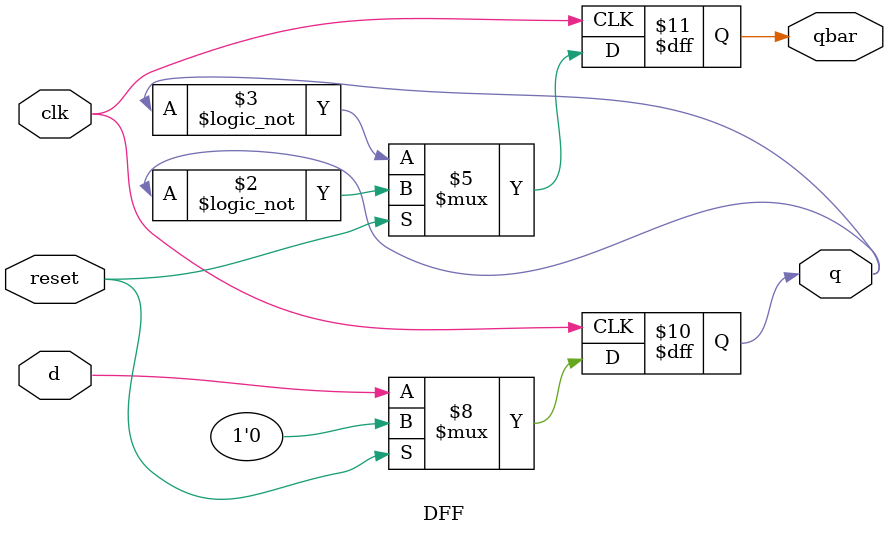
<source format=v>

module DFF(d,reset,clk,q,qbar);

input d,reset,clk;
output reg q,qbar;

always @(posedge clk) begin
	if(reset) begin
	q<=1'b0;
	qbar=!q;
	end
	else begin
	q<=d;
	qbar=!q;
	end
end

endmodule

	

</source>
